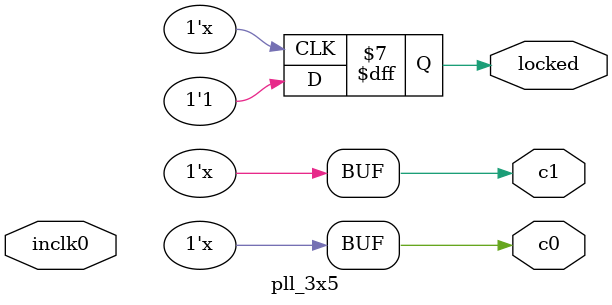
<source format=v>
module pll_3x5 (
	input	inclk0,	
	output	reg c0,
	output	reg c1,	
	output	reg locked
);

initial	begin
	c0 = 0;
	c1 = 0;
	locked = 0;
end

always	#10000	c0 <= ~c0;
always	#2381 	c1 <= ~c1;

always	@(posedge c0) locked <= 1;

endmodule

</source>
